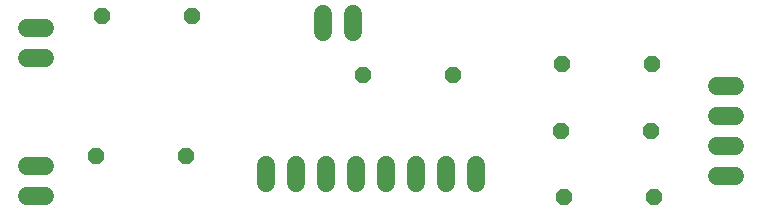
<source format=gbr>
G04 EAGLE Gerber RS-274X export*
G75*
%MOMM*%
%FSLAX34Y34*%
%LPD*%
%INTop Copper*%
%IPPOS*%
%AMOC8*
5,1,8,0,0,1.08239X$1,22.5*%
G01*
%ADD10C,1.524000*%
%ADD11P,1.429621X8X22.500000*%


D10*
X454703Y8785D02*
X454703Y-6455D01*
X429303Y-6455D02*
X429303Y8785D01*
X403903Y8785D02*
X403903Y-6455D01*
X378503Y-6455D02*
X378503Y8785D01*
X353103Y8785D02*
X353103Y-6455D01*
X327703Y-6455D02*
X327703Y8785D01*
X302303Y8785D02*
X302303Y-6455D01*
X276903Y-6455D02*
X276903Y8785D01*
D11*
X526758Y38111D03*
X602958Y38111D03*
X527576Y94214D03*
X603776Y94214D03*
X132642Y16381D03*
X208842Y16381D03*
X137671Y135230D03*
X213871Y135230D03*
X528919Y-17714D03*
X605119Y-17714D03*
D10*
X350084Y121600D02*
X350084Y136840D01*
X324684Y136840D02*
X324684Y121600D01*
D11*
X358895Y85502D03*
X435095Y85502D03*
D10*
X658790Y-214D02*
X674030Y-214D01*
X674030Y25186D02*
X658790Y25186D01*
X658790Y50586D02*
X674030Y50586D01*
X674030Y75986D02*
X658790Y75986D01*
X89600Y-17207D02*
X74360Y-17207D01*
X74360Y8193D02*
X89600Y8193D01*
X89680Y99935D02*
X74440Y99935D01*
X74440Y125335D02*
X89680Y125335D01*
M02*

</source>
